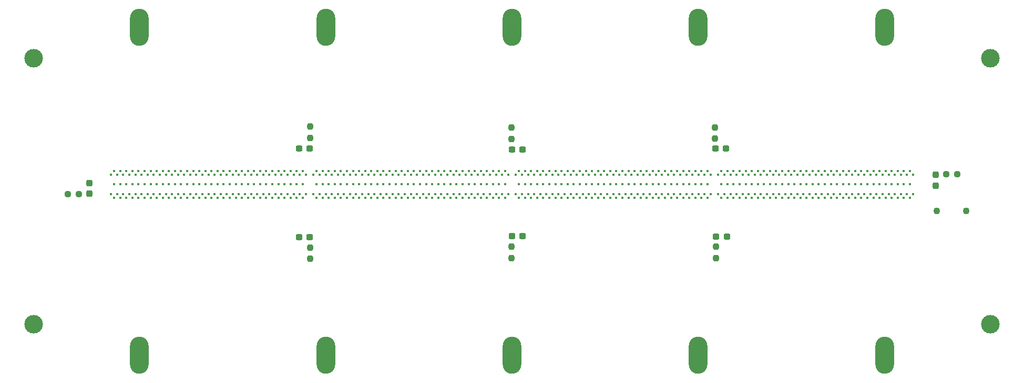
<source format=gbr>
%TF.GenerationSoftware,KiCad,Pcbnew,8.0.2*%
%TF.CreationDate,2024-07-16T15:49:33+02:00*%
%TF.ProjectId,4-MPPC_FARICH_Prototype,342d4d50-5043-45f4-9641-524943485f50,rev?*%
%TF.SameCoordinates,Original*%
%TF.FileFunction,Soldermask,Top*%
%TF.FilePolarity,Negative*%
%FSLAX46Y46*%
G04 Gerber Fmt 4.6, Leading zero omitted, Abs format (unit mm)*
G04 Created by KiCad (PCBNEW 8.0.2) date 2024-07-16 15:49:33*
%MOMM*%
%LPD*%
G01*
G04 APERTURE LIST*
G04 Aperture macros list*
%AMRoundRect*
0 Rectangle with rounded corners*
0 $1 Rounding radius*
0 $2 $3 $4 $5 $6 $7 $8 $9 X,Y pos of 4 corners*
0 Add a 4 corners polygon primitive as box body*
4,1,4,$2,$3,$4,$5,$6,$7,$8,$9,$2,$3,0*
0 Add four circle primitives for the rounded corners*
1,1,$1+$1,$2,$3*
1,1,$1+$1,$4,$5*
1,1,$1+$1,$6,$7*
1,1,$1+$1,$8,$9*
0 Add four rect primitives between the rounded corners*
20,1,$1+$1,$2,$3,$4,$5,0*
20,1,$1+$1,$4,$5,$6,$7,0*
20,1,$1+$1,$6,$7,$8,$9,0*
20,1,$1+$1,$8,$9,$2,$3,0*%
G04 Aperture macros list end*
%ADD10O,3.000000X6.000000*%
%ADD11RoundRect,0.237500X-0.237500X0.250000X-0.237500X-0.250000X0.237500X-0.250000X0.237500X0.250000X0*%
%ADD12RoundRect,0.237500X0.300000X0.237500X-0.300000X0.237500X-0.300000X-0.237500X0.300000X-0.237500X0*%
%ADD13RoundRect,0.237500X0.237500X-0.250000X0.237500X0.250000X-0.237500X0.250000X-0.237500X-0.250000X0*%
%ADD14C,0.450000*%
%ADD15RoundRect,0.237500X-0.250000X-0.237500X0.250000X-0.237500X0.250000X0.237500X-0.250000X0.237500X0*%
%ADD16C,3.000000*%
%ADD17RoundRect,0.237500X-0.237500X0.300000X-0.237500X-0.300000X0.237500X-0.300000X0.237500X0.300000X0*%
%ADD18RoundRect,0.237500X-0.300000X-0.237500X0.300000X-0.237500X0.300000X0.237500X-0.300000X0.237500X0*%
%ADD19RoundRect,0.237500X0.237500X-0.300000X0.237500X0.300000X-0.237500X0.300000X-0.237500X-0.300000X0*%
%ADD20RoundRect,0.237500X0.250000X0.237500X-0.250000X0.237500X-0.250000X-0.237500X0.250000X-0.237500X0*%
%ADD21C,1.100000*%
G04 APERTURE END LIST*
D10*
%TO.C,3*%
X205900000Y-118625000D03*
%TD*%
%TO.C,6*%
X115900000Y-65715000D03*
%TD*%
D11*
%TO.C,R4*%
X178720707Y-101126793D03*
X178720707Y-102951793D03*
%TD*%
D12*
%TO.C,C2*%
X113313207Y-99549293D03*
X111588207Y-99549293D03*
%TD*%
D13*
%TO.C,R7*%
X178565707Y-83669889D03*
X178565707Y-81844889D03*
%TD*%
D14*
%TO.C,MPPC1*%
X112680000Y-92580000D03*
X112190000Y-88880000D03*
X112190000Y-93180000D03*
X111700000Y-89480000D03*
X111700000Y-92580000D03*
X111210000Y-88880000D03*
X111210000Y-93180000D03*
X110720000Y-89480000D03*
X110720000Y-92580000D03*
X110230000Y-88880000D03*
X110230000Y-93180000D03*
X109740000Y-89480000D03*
X109740000Y-92580000D03*
X109250000Y-88880000D03*
X109250000Y-93180000D03*
X108760000Y-89480000D03*
X108760000Y-92580000D03*
X108270000Y-88880000D03*
X108270000Y-93180000D03*
X107780000Y-89480000D03*
X107780000Y-92580000D03*
X107290000Y-88880000D03*
X107290000Y-93180000D03*
X106800000Y-89480000D03*
X106800000Y-92580000D03*
X106310000Y-88880000D03*
X106310000Y-93180000D03*
X105820000Y-89480000D03*
X105820000Y-92580000D03*
X105330000Y-88880000D03*
X105330000Y-93180000D03*
X104840000Y-89480000D03*
X104840000Y-92580000D03*
X104350000Y-88880000D03*
X104350000Y-93180000D03*
X103860000Y-89480000D03*
X103860000Y-92580000D03*
X103370000Y-88880000D03*
X103370000Y-93180000D03*
X102880000Y-89480000D03*
X102880000Y-92580000D03*
X102390000Y-88880000D03*
X102390000Y-93180000D03*
X101900000Y-89480000D03*
X101900000Y-92580000D03*
X101410000Y-88880000D03*
X101410000Y-93180000D03*
X100920000Y-89480000D03*
X100920000Y-92580000D03*
X100430000Y-88880000D03*
X100430000Y-93180000D03*
X99940000Y-89480000D03*
X99940000Y-92580000D03*
X99450000Y-88880000D03*
X99450000Y-93180000D03*
X98960000Y-89480000D03*
X98960000Y-92580000D03*
X98470000Y-88880000D03*
X98470000Y-93180000D03*
X97980000Y-89480000D03*
X97980000Y-92580000D03*
X97490000Y-88880000D03*
X97490000Y-93180000D03*
X97000000Y-89480000D03*
X97000000Y-92580000D03*
X96510000Y-88880000D03*
X96510000Y-93180000D03*
X96020000Y-89480000D03*
X96020000Y-92580000D03*
X95530000Y-88880000D03*
X95530000Y-93180000D03*
X95040000Y-89480000D03*
X95040000Y-92580000D03*
X94550000Y-88880000D03*
X94550000Y-93180000D03*
X94060000Y-89480000D03*
X94060000Y-92580000D03*
X93570000Y-88880000D03*
X93570000Y-93180000D03*
X93080000Y-89480000D03*
X93080000Y-92580000D03*
X92590000Y-88880000D03*
X92590000Y-93180000D03*
X92100000Y-89480000D03*
X92100000Y-92580000D03*
X91610000Y-88880000D03*
X91610000Y-93180000D03*
X91120000Y-89480000D03*
X91120000Y-92580000D03*
X90630000Y-88880000D03*
X90630000Y-93180000D03*
X90140000Y-89480000D03*
X90140000Y-92580000D03*
X89650000Y-88880000D03*
X89650000Y-93180000D03*
X89160000Y-89480000D03*
X89160000Y-92580000D03*
X88670000Y-88880000D03*
X88670000Y-93180000D03*
X88180000Y-89480000D03*
X88180000Y-92580000D03*
X87690000Y-88880000D03*
X87690000Y-93180000D03*
X87200000Y-89480000D03*
X87200000Y-92580000D03*
X86710000Y-88880000D03*
X86710000Y-93180000D03*
X86220000Y-89480000D03*
X86220000Y-92580000D03*
X85730000Y-88880000D03*
X85730000Y-93180000D03*
X85240000Y-89480000D03*
X85240000Y-92580000D03*
X84750000Y-88880000D03*
X84750000Y-93180000D03*
X84260000Y-89480000D03*
X84260000Y-92580000D03*
X83770000Y-88880000D03*
X83770000Y-93180000D03*
X83280000Y-89480000D03*
X83280000Y-92580000D03*
X82790000Y-88880000D03*
X82790000Y-93180000D03*
X82300000Y-89480000D03*
X82300000Y-92580000D03*
X81810000Y-88880000D03*
X81810000Y-93180000D03*
X81320000Y-89480000D03*
X81320000Y-92580000D03*
X81810000Y-91030000D03*
X82790000Y-91030000D03*
X83770000Y-91030000D03*
X84750000Y-91030000D03*
X85730000Y-91030000D03*
X86710000Y-91030000D03*
X87690000Y-91030000D03*
X88670000Y-91030000D03*
X89650000Y-91030000D03*
X90630000Y-91030000D03*
X91610000Y-91030000D03*
X92590000Y-91030000D03*
X93570000Y-91030000D03*
X94550000Y-91030000D03*
X95530000Y-91030000D03*
X96510000Y-91030000D03*
X97490000Y-91030000D03*
X98470000Y-91030000D03*
X99450000Y-91030000D03*
X100430000Y-91030000D03*
X101410000Y-91030000D03*
X102390000Y-91030000D03*
X103370000Y-91030000D03*
X104350000Y-91030000D03*
X105330000Y-91030000D03*
X106310000Y-91030000D03*
X107290000Y-91030000D03*
X108270000Y-91030000D03*
X109250000Y-91030000D03*
X110230000Y-91030000D03*
X111210000Y-91030000D03*
X112190000Y-91030000D03*
X112680000Y-89480000D03*
%TD*%
D10*
%TO.C,8*%
X85900000Y-65715000D03*
%TD*%
D14*
%TO.C,MPPC4*%
X210480000Y-92580000D03*
X209990000Y-88880000D03*
X209990000Y-93180000D03*
X209500000Y-89480000D03*
X209500000Y-92580000D03*
X209010000Y-88880000D03*
X209010000Y-93180000D03*
X208520000Y-89480000D03*
X208520000Y-92580000D03*
X208030000Y-88880000D03*
X208030000Y-93180000D03*
X207540000Y-89480000D03*
X207540000Y-92580000D03*
X207050000Y-88880000D03*
X207050000Y-93180000D03*
X206560000Y-89480000D03*
X206560000Y-92580000D03*
X206070000Y-88880000D03*
X206070000Y-93180000D03*
X205580000Y-89480000D03*
X205580000Y-92580000D03*
X205090000Y-88880000D03*
X205090000Y-93180000D03*
X204600000Y-89480000D03*
X204600000Y-92580000D03*
X204110000Y-88880000D03*
X204110000Y-93180000D03*
X203620000Y-89480000D03*
X203620000Y-92580000D03*
X203130000Y-88880000D03*
X203130000Y-93180000D03*
X202640000Y-89480000D03*
X202640000Y-92580000D03*
X202150000Y-88880000D03*
X202150000Y-93180000D03*
X201660000Y-89480000D03*
X201660000Y-92580000D03*
X201170000Y-88880000D03*
X201170000Y-93180000D03*
X200680000Y-89480000D03*
X200680000Y-92580000D03*
X200190000Y-88880000D03*
X200190000Y-93180000D03*
X199700000Y-89480000D03*
X199700000Y-92580000D03*
X199210000Y-88880000D03*
X199210000Y-93180000D03*
X198720000Y-89480000D03*
X198720000Y-92580000D03*
X198230000Y-88880000D03*
X198230000Y-93180000D03*
X197740000Y-89480000D03*
X197740000Y-92580000D03*
X197250000Y-88880000D03*
X197250000Y-93180000D03*
X196760000Y-89480000D03*
X196760000Y-92580000D03*
X196270000Y-88880000D03*
X196270000Y-93180000D03*
X195780000Y-89480000D03*
X195780000Y-92580000D03*
X195290000Y-88880000D03*
X195290000Y-93180000D03*
X194800000Y-89480000D03*
X194800000Y-92580000D03*
X194310000Y-88880000D03*
X194310000Y-93180000D03*
X193820000Y-89480000D03*
X193820000Y-92580000D03*
X193330000Y-88880000D03*
X193330000Y-93180000D03*
X192840000Y-89480000D03*
X192840000Y-92580000D03*
X192350000Y-88880000D03*
X192350000Y-93180000D03*
X191860000Y-89480000D03*
X191860000Y-92580000D03*
X191370000Y-88880000D03*
X191370000Y-93180000D03*
X190880000Y-89480000D03*
X190880000Y-92580000D03*
X190390000Y-88880000D03*
X190390000Y-93180000D03*
X189900000Y-89480000D03*
X189900000Y-92580000D03*
X189410000Y-88880000D03*
X189410000Y-93180000D03*
X188920000Y-89480000D03*
X188920000Y-92580000D03*
X188430000Y-88880000D03*
X188430000Y-93180000D03*
X187940000Y-89480000D03*
X187940000Y-92580000D03*
X187450000Y-88880000D03*
X187450000Y-93180000D03*
X186960000Y-89480000D03*
X186960000Y-92580000D03*
X186470000Y-88880000D03*
X186470000Y-93180000D03*
X185980000Y-89480000D03*
X185980000Y-92580000D03*
X185490000Y-88880000D03*
X185490000Y-93180000D03*
X185000000Y-89480000D03*
X185000000Y-92580000D03*
X184510000Y-88880000D03*
X184510000Y-93180000D03*
X184020000Y-89480000D03*
X184020000Y-92580000D03*
X183530000Y-88880000D03*
X183530000Y-93180000D03*
X183040000Y-89480000D03*
X183040000Y-92580000D03*
X182550000Y-88880000D03*
X182550000Y-93180000D03*
X182060000Y-89480000D03*
X182060000Y-92580000D03*
X181570000Y-88880000D03*
X181570000Y-93180000D03*
X181080000Y-89480000D03*
X181080000Y-92580000D03*
X180590000Y-88880000D03*
X180590000Y-93180000D03*
X180100000Y-89480000D03*
X180100000Y-92580000D03*
X179610000Y-88880000D03*
X179610000Y-93180000D03*
X179120000Y-89480000D03*
X179120000Y-92580000D03*
X179610000Y-91030000D03*
X180590000Y-91030000D03*
X181570000Y-91030000D03*
X182550000Y-91030000D03*
X183530000Y-91030000D03*
X184510000Y-91030000D03*
X185490000Y-91030000D03*
X186470000Y-91030000D03*
X187450000Y-91030000D03*
X188430000Y-91030000D03*
X189410000Y-91030000D03*
X190390000Y-91030000D03*
X191370000Y-91030000D03*
X192350000Y-91030000D03*
X193330000Y-91030000D03*
X194310000Y-91030000D03*
X195290000Y-91030000D03*
X196270000Y-91030000D03*
X197250000Y-91030000D03*
X198230000Y-91030000D03*
X199210000Y-91030000D03*
X200190000Y-91030000D03*
X201170000Y-91030000D03*
X202150000Y-91030000D03*
X203130000Y-91030000D03*
X204110000Y-91030000D03*
X205090000Y-91030000D03*
X206070000Y-91030000D03*
X207050000Y-91030000D03*
X208030000Y-91030000D03*
X209010000Y-91030000D03*
X209990000Y-91030000D03*
X210480000Y-89480000D03*
%TD*%
D11*
%TO.C,R3*%
X145830707Y-101101793D03*
X145830707Y-102926793D03*
%TD*%
D15*
%TO.C,R8*%
X215805707Y-89439293D03*
X217630707Y-89439293D03*
%TD*%
D10*
%TO.C,*%
X145900000Y-65715000D03*
%TD*%
D16*
%TO.C,H1*%
X68855000Y-70715000D03*
%TD*%
D17*
%TO.C,C8*%
X214118207Y-89496793D03*
X214118207Y-91221793D03*
%TD*%
D10*
%TO.C,*%
X145900000Y-118625000D03*
%TD*%
D16*
%TO.C,H3*%
X222945000Y-70715000D03*
%TD*%
D18*
%TO.C,C6*%
X145896457Y-85399888D03*
X147621457Y-85399888D03*
%TD*%
D10*
%TO.C,5*%
X115900000Y-118625000D03*
%TD*%
D18*
%TO.C,C4*%
X178778207Y-99439293D03*
X180503207Y-99439293D03*
%TD*%
D10*
%TO.C,7*%
X85900000Y-118625000D03*
%TD*%
%TO.C,2*%
X175900000Y-65715000D03*
%TD*%
D16*
%TO.C,H2*%
X68855000Y-113625000D03*
%TD*%
D13*
%TO.C,R1*%
X113358957Y-83539888D03*
X113358957Y-81714888D03*
%TD*%
D19*
%TO.C,C5*%
X77850707Y-92571793D03*
X77850707Y-90846793D03*
%TD*%
D12*
%TO.C,C1*%
X113301457Y-85227388D03*
X111576457Y-85227388D03*
%TD*%
D18*
%TO.C,C7*%
X178625707Y-85247389D03*
X180350707Y-85247389D03*
%TD*%
D10*
%TO.C,4*%
X205900000Y-65715000D03*
%TD*%
D13*
%TO.C,R6*%
X145838957Y-83712388D03*
X145838957Y-81887388D03*
%TD*%
D14*
%TO.C,MPPC3*%
X177880000Y-92580000D03*
X177390000Y-88880000D03*
X177390000Y-93180000D03*
X176900000Y-89480000D03*
X176900000Y-92580000D03*
X176410000Y-88880000D03*
X176410000Y-93180000D03*
X175920000Y-89480000D03*
X175920000Y-92580000D03*
X175430000Y-88880000D03*
X175430000Y-93180000D03*
X174940000Y-89480000D03*
X174940000Y-92580000D03*
X174450000Y-88880000D03*
X174450000Y-93180000D03*
X173960000Y-89480000D03*
X173960000Y-92580000D03*
X173470000Y-88880000D03*
X173470000Y-93180000D03*
X172980000Y-89480000D03*
X172980000Y-92580000D03*
X172490000Y-88880000D03*
X172490000Y-93180000D03*
X172000000Y-89480000D03*
X172000000Y-92580000D03*
X171510000Y-88880000D03*
X171510000Y-93180000D03*
X171020000Y-89480000D03*
X171020000Y-92580000D03*
X170530000Y-88880000D03*
X170530000Y-93180000D03*
X170040000Y-89480000D03*
X170040000Y-92580000D03*
X169550000Y-88880000D03*
X169550000Y-93180000D03*
X169060000Y-89480000D03*
X169060000Y-92580000D03*
X168570000Y-88880000D03*
X168570000Y-93180000D03*
X168080000Y-89480000D03*
X168080000Y-92580000D03*
X167590000Y-88880000D03*
X167590000Y-93180000D03*
X167100000Y-89480000D03*
X167100000Y-92580000D03*
X166610000Y-88880000D03*
X166610000Y-93180000D03*
X166120000Y-89480000D03*
X166120000Y-92580000D03*
X165630000Y-88880000D03*
X165630000Y-93180000D03*
X165140000Y-89480000D03*
X165140000Y-92580000D03*
X164650000Y-88880000D03*
X164650000Y-93180000D03*
X164160000Y-89480000D03*
X164160000Y-92580000D03*
X163670000Y-88880000D03*
X163670000Y-93180000D03*
X163180000Y-89480000D03*
X163180000Y-92580000D03*
X162690000Y-88880000D03*
X162690000Y-93180000D03*
X162200000Y-89480000D03*
X162200000Y-92580000D03*
X161710000Y-88880000D03*
X161710000Y-93180000D03*
X161220000Y-89480000D03*
X161220000Y-92580000D03*
X160730000Y-88880000D03*
X160730000Y-93180000D03*
X160240000Y-89480000D03*
X160240000Y-92580000D03*
X159750000Y-88880000D03*
X159750000Y-93180000D03*
X159260000Y-89480000D03*
X159260000Y-92580000D03*
X158770000Y-88880000D03*
X158770000Y-93180000D03*
X158280000Y-89480000D03*
X158280000Y-92580000D03*
X157790000Y-88880000D03*
X157790000Y-93180000D03*
X157300000Y-89480000D03*
X157300000Y-92580000D03*
X156810000Y-88880000D03*
X156810000Y-93180000D03*
X156320000Y-89480000D03*
X156320000Y-92580000D03*
X155830000Y-88880000D03*
X155830000Y-93180000D03*
X155340000Y-89480000D03*
X155340000Y-92580000D03*
X154850000Y-88880000D03*
X154850000Y-93180000D03*
X154360000Y-89480000D03*
X154360000Y-92580000D03*
X153870000Y-88880000D03*
X153870000Y-93180000D03*
X153380000Y-89480000D03*
X153380000Y-92580000D03*
X152890000Y-88880000D03*
X152890000Y-93180000D03*
X152400000Y-89480000D03*
X152400000Y-92580000D03*
X151910000Y-88880000D03*
X151910000Y-93180000D03*
X151420000Y-89480000D03*
X151420000Y-92580000D03*
X150930000Y-88880000D03*
X150930000Y-93180000D03*
X150440000Y-89480000D03*
X150440000Y-92580000D03*
X149950000Y-88880000D03*
X149950000Y-93180000D03*
X149460000Y-89480000D03*
X149460000Y-92580000D03*
X148970000Y-88880000D03*
X148970000Y-93180000D03*
X148480000Y-89480000D03*
X148480000Y-92580000D03*
X147990000Y-88880000D03*
X147990000Y-93180000D03*
X147500000Y-89480000D03*
X147500000Y-92580000D03*
X147010000Y-88880000D03*
X147010000Y-93180000D03*
X146520000Y-89480000D03*
X146520000Y-92580000D03*
X147010000Y-91030000D03*
X147990000Y-91030000D03*
X148970000Y-91030000D03*
X149950000Y-91030000D03*
X150930000Y-91030000D03*
X151910000Y-91030000D03*
X152890000Y-91030000D03*
X153870000Y-91030000D03*
X154850000Y-91030000D03*
X155830000Y-91030000D03*
X156810000Y-91030000D03*
X157790000Y-91030000D03*
X158770000Y-91030000D03*
X159750000Y-91030000D03*
X160730000Y-91030000D03*
X161710000Y-91030000D03*
X162690000Y-91030000D03*
X163670000Y-91030000D03*
X164650000Y-91030000D03*
X165630000Y-91030000D03*
X166610000Y-91030000D03*
X167590000Y-91030000D03*
X168570000Y-91030000D03*
X169550000Y-91030000D03*
X170530000Y-91030000D03*
X171510000Y-91030000D03*
X172490000Y-91030000D03*
X173470000Y-91030000D03*
X174450000Y-91030000D03*
X175430000Y-91030000D03*
X176410000Y-91030000D03*
X177390000Y-91030000D03*
X177880000Y-89480000D03*
%TD*%
D20*
%TO.C,R5*%
X76163207Y-92629293D03*
X74338207Y-92629293D03*
%TD*%
D11*
%TO.C,R2*%
X113370707Y-101236793D03*
X113370707Y-103061793D03*
%TD*%
D16*
%TO.C,H4*%
X222945000Y-113625000D03*
%TD*%
D18*
%TO.C,C3*%
X145888207Y-99414293D03*
X147613207Y-99414293D03*
%TD*%
D10*
%TO.C,1*%
X175900000Y-118625000D03*
%TD*%
D14*
%TO.C,MPPC2*%
X145280000Y-92580000D03*
X144790000Y-88880000D03*
X144790000Y-93180000D03*
X144300000Y-89480000D03*
X144300000Y-92580000D03*
X143810000Y-88880000D03*
X143810000Y-93180000D03*
X143320000Y-89480000D03*
X143320000Y-92580000D03*
X142830000Y-88880000D03*
X142830000Y-93180000D03*
X142340000Y-89480000D03*
X142340000Y-92580000D03*
X141850000Y-88880000D03*
X141850000Y-93180000D03*
X141360000Y-89480000D03*
X141360000Y-92580000D03*
X140870000Y-88880000D03*
X140870000Y-93180000D03*
X140380000Y-89480000D03*
X140380000Y-92580000D03*
X139890000Y-88880000D03*
X139890000Y-93180000D03*
X139400000Y-89480000D03*
X139400000Y-92580000D03*
X138910000Y-88880000D03*
X138910000Y-93180000D03*
X138420000Y-89480000D03*
X138420000Y-92580000D03*
X137930000Y-88880000D03*
X137930000Y-93180000D03*
X137440000Y-89480000D03*
X137440000Y-92580000D03*
X136950000Y-88880000D03*
X136950000Y-93180000D03*
X136460000Y-89480000D03*
X136460000Y-92580000D03*
X135970000Y-88880000D03*
X135970000Y-93180000D03*
X135480000Y-89480000D03*
X135480000Y-92580000D03*
X134990000Y-88880000D03*
X134990000Y-93180000D03*
X134500000Y-89480000D03*
X134500000Y-92580000D03*
X134010000Y-88880000D03*
X134010000Y-93180000D03*
X133520000Y-89480000D03*
X133520000Y-92580000D03*
X133030000Y-88880000D03*
X133030000Y-93180000D03*
X132540000Y-89480000D03*
X132540000Y-92580000D03*
X132050000Y-88880000D03*
X132050000Y-93180000D03*
X131560000Y-89480000D03*
X131560000Y-92580000D03*
X131070000Y-88880000D03*
X131070000Y-93180000D03*
X130580000Y-89480000D03*
X130580000Y-92580000D03*
X130090000Y-88880000D03*
X130090000Y-93180000D03*
X129600000Y-89480000D03*
X129600000Y-92580000D03*
X129110000Y-88880000D03*
X129110000Y-93180000D03*
X128620000Y-89480000D03*
X128620000Y-92580000D03*
X128130000Y-88880000D03*
X128130000Y-93180000D03*
X127640000Y-89480000D03*
X127640000Y-92580000D03*
X127150000Y-88880000D03*
X127150000Y-93180000D03*
X126660000Y-89480000D03*
X126660000Y-92580000D03*
X126170000Y-88880000D03*
X126170000Y-93180000D03*
X125680000Y-89480000D03*
X125680000Y-92580000D03*
X125190000Y-88880000D03*
X125190000Y-93180000D03*
X124700000Y-89480000D03*
X124700000Y-92580000D03*
X124210000Y-88880000D03*
X124210000Y-93180000D03*
X123720000Y-89480000D03*
X123720000Y-92580000D03*
X123230000Y-88880000D03*
X123230000Y-93180000D03*
X122740000Y-89480000D03*
X122740000Y-92580000D03*
X122250000Y-88880000D03*
X122250000Y-93180000D03*
X121760000Y-89480000D03*
X121760000Y-92580000D03*
X121270000Y-88880000D03*
X121270000Y-93180000D03*
X120780000Y-89480000D03*
X120780000Y-92580000D03*
X120290000Y-88880000D03*
X120290000Y-93180000D03*
X119800000Y-89480000D03*
X119800000Y-92580000D03*
X119310000Y-88880000D03*
X119310000Y-93180000D03*
X118820000Y-89480000D03*
X118820000Y-92580000D03*
X118330000Y-88880000D03*
X118330000Y-93180000D03*
X117840000Y-89480000D03*
X117840000Y-92580000D03*
X117350000Y-88880000D03*
X117350000Y-93180000D03*
X116860000Y-89480000D03*
X116860000Y-92580000D03*
X116370000Y-88880000D03*
X116370000Y-93180000D03*
X115880000Y-89480000D03*
X115880000Y-92580000D03*
X115390000Y-88880000D03*
X115390000Y-93180000D03*
X114900000Y-89480000D03*
X114900000Y-92580000D03*
X114410000Y-88880000D03*
X114410000Y-93180000D03*
X113920000Y-89480000D03*
X113920000Y-92580000D03*
X114410000Y-91030000D03*
X115390000Y-91030000D03*
X116370000Y-91030000D03*
X117350000Y-91030000D03*
X118330000Y-91030000D03*
X119310000Y-91030000D03*
X120290000Y-91030000D03*
X121270000Y-91030000D03*
X122250000Y-91030000D03*
X123230000Y-91030000D03*
X124210000Y-91030000D03*
X125190000Y-91030000D03*
X126170000Y-91030000D03*
X127150000Y-91030000D03*
X128130000Y-91030000D03*
X129110000Y-91030000D03*
X130090000Y-91030000D03*
X131070000Y-91030000D03*
X132050000Y-91030000D03*
X133030000Y-91030000D03*
X134010000Y-91030000D03*
X134990000Y-91030000D03*
X135970000Y-91030000D03*
X136950000Y-91030000D03*
X137930000Y-91030000D03*
X138910000Y-91030000D03*
X139890000Y-91030000D03*
X140870000Y-91030000D03*
X141850000Y-91030000D03*
X142830000Y-91030000D03*
X143810000Y-91030000D03*
X144790000Y-91030000D03*
X145280000Y-89480000D03*
%TD*%
D21*
%TO.C,J1*%
X214345000Y-95365000D03*
X219045000Y-95365000D03*
%TD*%
M02*

</source>
